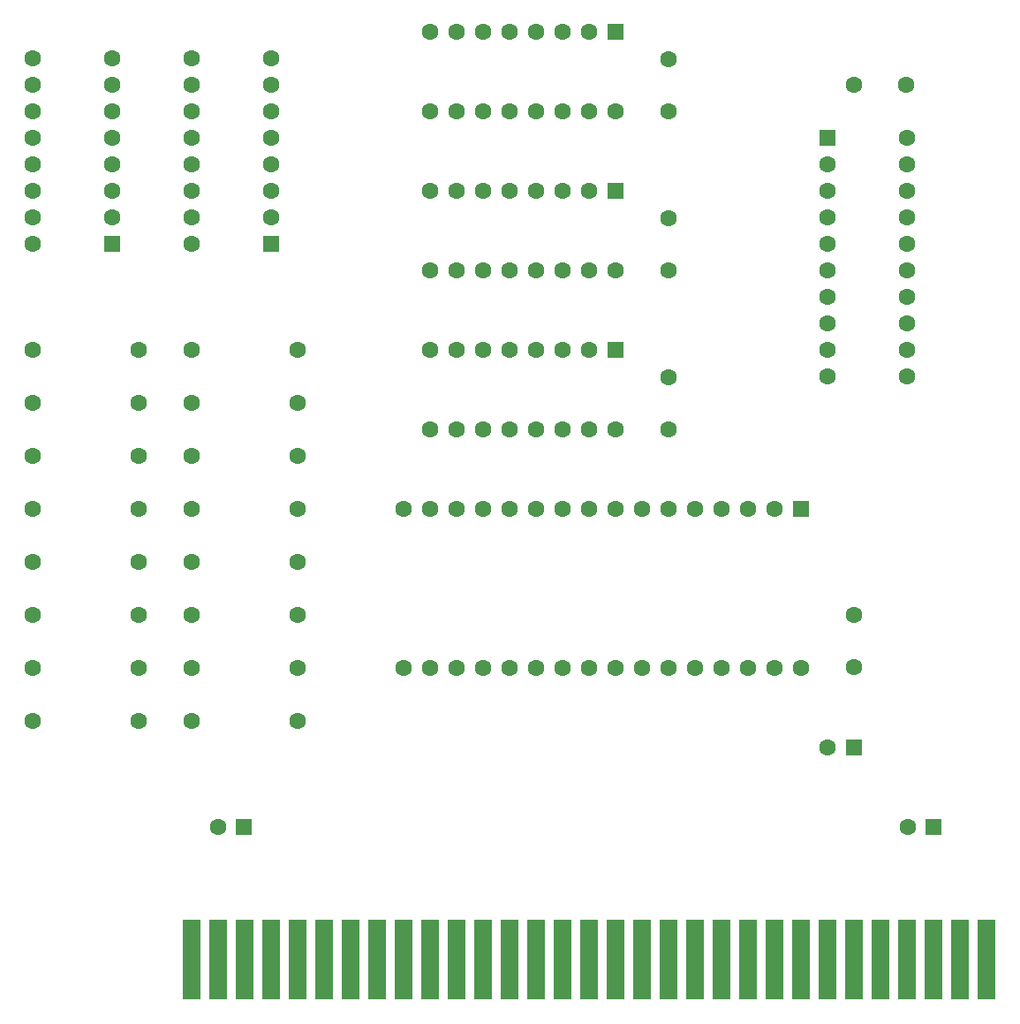
<source format=gts>
%TF.GenerationSoftware,KiCad,Pcbnew,9.0.5-1.fc42*%
%TF.CreationDate,2025-11-09T16:45:20+08:00*%
%TF.ProjectId,XTra-RAM,58547261-2d52-4414-9d2e-6b696361645f,rev?*%
%TF.SameCoordinates,Original*%
%TF.FileFunction,Soldermask,Top*%
%TF.FilePolarity,Negative*%
%FSLAX46Y46*%
G04 Gerber Fmt 4.6, Leading zero omitted, Abs format (unit mm)*
G04 Created by KiCad (PCBNEW 9.0.5-1.fc42) date 2025-11-09 16:45:20*
%MOMM*%
%LPD*%
G01*
G04 APERTURE LIST*
G04 Aperture macros list*
%AMRoundRect*
0 Rectangle with rounded corners*
0 $1 Rounding radius*
0 $2 $3 $4 $5 $6 $7 $8 $9 X,Y pos of 4 corners*
0 Add a 4 corners polygon primitive as box body*
4,1,4,$2,$3,$4,$5,$6,$7,$8,$9,$2,$3,0*
0 Add four circle primitives for the rounded corners*
1,1,$1+$1,$2,$3*
1,1,$1+$1,$4,$5*
1,1,$1+$1,$6,$7*
1,1,$1+$1,$8,$9*
0 Add four rect primitives between the rounded corners*
20,1,$1+$1,$2,$3,$4,$5,0*
20,1,$1+$1,$4,$5,$6,$7,0*
20,1,$1+$1,$6,$7,$8,$9,0*
20,1,$1+$1,$8,$9,$2,$3,0*%
G04 Aperture macros list end*
%ADD10RoundRect,0.250000X0.550000X0.550000X-0.550000X0.550000X-0.550000X-0.550000X0.550000X-0.550000X0*%
%ADD11C,1.600000*%
%ADD12RoundRect,0.250000X-0.550000X-0.550000X0.550000X-0.550000X0.550000X0.550000X-0.550000X0.550000X0*%
%ADD13RoundRect,0.250000X-0.550000X0.550000X-0.550000X-0.550000X0.550000X-0.550000X0.550000X0.550000X0*%
%ADD14R,1.780000X7.620000*%
G04 APERTURE END LIST*
D10*
%TO.C,C6*%
X126960000Y-132080000D03*
D11*
X124460000Y-132080000D03*
%TD*%
%TO.C,C4*%
X167640000Y-78740000D03*
X167640000Y-73740000D03*
%TD*%
%TO.C,R2*%
X116840000Y-91440000D03*
X106680000Y-91440000D03*
%TD*%
D10*
%TO.C,C8*%
X193080000Y-132080000D03*
D11*
X190580000Y-132080000D03*
%TD*%
D12*
%TO.C,U2*%
X182880000Y-66040000D03*
D11*
X182880000Y-68580000D03*
X182880000Y-71120000D03*
X182880000Y-73660000D03*
X182880000Y-76200000D03*
X182880000Y-78740000D03*
X182880000Y-81280000D03*
X182880000Y-83820000D03*
X182880000Y-86360000D03*
X182880000Y-88900000D03*
X190500000Y-88900000D03*
X190500000Y-86360000D03*
X190500000Y-83820000D03*
X190500000Y-81280000D03*
X190500000Y-78740000D03*
X190500000Y-76200000D03*
X190500000Y-73660000D03*
X190500000Y-71120000D03*
X190500000Y-68580000D03*
X190500000Y-66040000D03*
%TD*%
%TO.C,R5*%
X116840000Y-106680000D03*
X106680000Y-106680000D03*
%TD*%
%TO.C,C3*%
X167640000Y-63500000D03*
X167640000Y-58500000D03*
%TD*%
%TO.C,R13*%
X121920000Y-106680000D03*
X132080000Y-106680000D03*
%TD*%
%TO.C,R16*%
X121920000Y-121920000D03*
X132080000Y-121920000D03*
%TD*%
D10*
%TO.C,C7*%
X185420000Y-124460000D03*
D11*
X182920000Y-124460000D03*
%TD*%
%TO.C,R12*%
X121920000Y-101600000D03*
X132080000Y-101600000D03*
%TD*%
%TO.C,R4*%
X116840000Y-101600000D03*
X106680000Y-101600000D03*
%TD*%
D13*
%TO.C,U1*%
X180340000Y-101600000D03*
D11*
X177800000Y-101600000D03*
X175260000Y-101600000D03*
X172720000Y-101600000D03*
X170180000Y-101600000D03*
X167640000Y-101600000D03*
X165100000Y-101600000D03*
X162560000Y-101600000D03*
X160020000Y-101600000D03*
X157480000Y-101600000D03*
X154940000Y-101600000D03*
X152400000Y-101600000D03*
X149860000Y-101600000D03*
X147320000Y-101600000D03*
X144780000Y-101600000D03*
X142240000Y-101600000D03*
X142240000Y-116840000D03*
X144780000Y-116840000D03*
X147320000Y-116840000D03*
X149860000Y-116840000D03*
X152400000Y-116840000D03*
X154940000Y-116840000D03*
X157480000Y-116840000D03*
X160020000Y-116840000D03*
X162560000Y-116840000D03*
X165100000Y-116840000D03*
X167640000Y-116840000D03*
X170180000Y-116840000D03*
X172720000Y-116840000D03*
X175260000Y-116840000D03*
X177800000Y-116840000D03*
X180340000Y-116840000D03*
%TD*%
D13*
%TO.C,U4*%
X162560000Y-71120000D03*
D11*
X160020000Y-71120000D03*
X157480000Y-71120000D03*
X154940000Y-71120000D03*
X152400000Y-71120000D03*
X149860000Y-71120000D03*
X147320000Y-71120000D03*
X144780000Y-71120000D03*
X144780000Y-78740000D03*
X147320000Y-78740000D03*
X149860000Y-78740000D03*
X152400000Y-78740000D03*
X154940000Y-78740000D03*
X157480000Y-78740000D03*
X160020000Y-78740000D03*
X162560000Y-78740000D03*
%TD*%
%TO.C,R6*%
X116840000Y-111760000D03*
X106680000Y-111760000D03*
%TD*%
%TO.C,C1*%
X185420000Y-116760000D03*
X185420000Y-111760000D03*
%TD*%
%TO.C,R3*%
X116840000Y-96520000D03*
X106680000Y-96520000D03*
%TD*%
D13*
%TO.C,U5*%
X162560000Y-86360000D03*
D11*
X160020000Y-86360000D03*
X157480000Y-86360000D03*
X154940000Y-86360000D03*
X152400000Y-86360000D03*
X149860000Y-86360000D03*
X147320000Y-86360000D03*
X144780000Y-86360000D03*
X144780000Y-93980000D03*
X147320000Y-93980000D03*
X149860000Y-93980000D03*
X152400000Y-93980000D03*
X154940000Y-93980000D03*
X157480000Y-93980000D03*
X160020000Y-93980000D03*
X162560000Y-93980000D03*
%TD*%
%TO.C,R15*%
X121920000Y-116840000D03*
X132080000Y-116840000D03*
%TD*%
%TO.C,R11*%
X121920000Y-96520000D03*
X132080000Y-96520000D03*
%TD*%
D13*
%TO.C,U3*%
X162560000Y-55880000D03*
D11*
X160020000Y-55880000D03*
X157480000Y-55880000D03*
X154940000Y-55880000D03*
X152400000Y-55880000D03*
X149860000Y-55880000D03*
X147320000Y-55880000D03*
X144780000Y-55880000D03*
X144780000Y-63500000D03*
X147320000Y-63500000D03*
X149860000Y-63500000D03*
X152400000Y-63500000D03*
X154940000Y-63500000D03*
X157480000Y-63500000D03*
X160020000Y-63500000D03*
X162560000Y-63500000D03*
%TD*%
D10*
%TO.C,SW2*%
X114300000Y-76200000D03*
D11*
X114300000Y-73660000D03*
X114300000Y-71120000D03*
X114300000Y-68580000D03*
X114300000Y-66040000D03*
X114300000Y-63500000D03*
X114300000Y-60960000D03*
X114300000Y-58420000D03*
X106680000Y-58420000D03*
X106680000Y-60960000D03*
X106680000Y-63500000D03*
X106680000Y-66040000D03*
X106680000Y-68580000D03*
X106680000Y-71120000D03*
X106680000Y-73660000D03*
X106680000Y-76200000D03*
%TD*%
%TO.C,R1*%
X116840000Y-86360000D03*
X106680000Y-86360000D03*
%TD*%
%TO.C,R9*%
X121920000Y-86360000D03*
X132080000Y-86360000D03*
%TD*%
%TO.C,R8*%
X116840000Y-121920000D03*
X106680000Y-121920000D03*
%TD*%
%TO.C,R14*%
X121920000Y-111760000D03*
X132080000Y-111760000D03*
%TD*%
D10*
%TO.C,SW1*%
X129540000Y-76200000D03*
D11*
X129540000Y-73660000D03*
X129540000Y-71120000D03*
X129540000Y-68580000D03*
X129540000Y-66040000D03*
X129540000Y-63500000D03*
X129540000Y-60960000D03*
X129540000Y-58420000D03*
X121920000Y-58420000D03*
X121920000Y-60960000D03*
X121920000Y-63500000D03*
X121920000Y-66040000D03*
X121920000Y-68580000D03*
X121920000Y-71120000D03*
X121920000Y-73660000D03*
X121920000Y-76200000D03*
%TD*%
D14*
%TO.C,CN1*%
X198120000Y-144780000D03*
X195580000Y-144780000D03*
X193040000Y-144780000D03*
X190500000Y-144780000D03*
X187960000Y-144780000D03*
X185420000Y-144780000D03*
X182880000Y-144780000D03*
X180340000Y-144780000D03*
X177800000Y-144780000D03*
X175260000Y-144780000D03*
X172720000Y-144780000D03*
X170180000Y-144780000D03*
X167640000Y-144780000D03*
X165100000Y-144780000D03*
X162560000Y-144780000D03*
X160020000Y-144780000D03*
X157480000Y-144780000D03*
X154940000Y-144780000D03*
X152400000Y-144780000D03*
X149860000Y-144780000D03*
X147320000Y-144780000D03*
X144780000Y-144780000D03*
X142240000Y-144780000D03*
X139700000Y-144780000D03*
X137160000Y-144780000D03*
X134620000Y-144780000D03*
X132080000Y-144780000D03*
X129540000Y-144780000D03*
X127000000Y-144780000D03*
X124460000Y-144780000D03*
X121920000Y-144780000D03*
%TD*%
D11*
%TO.C,R10*%
X121920000Y-91440000D03*
X132080000Y-91440000D03*
%TD*%
%TO.C,C2*%
X190420000Y-60960000D03*
X185420000Y-60960000D03*
%TD*%
%TO.C,C5*%
X167640000Y-93980000D03*
X167640000Y-88980000D03*
%TD*%
%TO.C,R7*%
X116840000Y-116840000D03*
X106680000Y-116840000D03*
%TD*%
M02*

</source>
